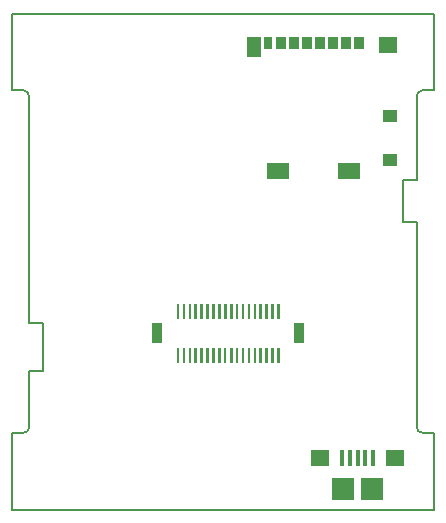
<source format=gbr>
%TF.GenerationSoftware,KiCad,Pcbnew,(5.1.4)-1*%
%TF.CreationDate,2019-12-19T22:46:11-07:00*%
%TF.ProjectId,base,62617365-2e6b-4696-9361-645f70636258,rev?*%
%TF.SameCoordinates,Original*%
%TF.FileFunction,Paste,Bot*%
%TF.FilePolarity,Positive*%
%FSLAX46Y46*%
G04 Gerber Fmt 4.6, Leading zero omitted, Abs format (unit mm)*
G04 Created by KiCad (PCBNEW (5.1.4)-1) date 2019-12-19 22:46:11*
%MOMM*%
%LPD*%
G04 APERTURE LIST*
%ADD10C,0.150000*%
%ADD11C,0.100000*%
%ADD12R,0.900000X1.800000*%
%ADD13R,1.900000X1.900000*%
%ADD14R,1.600000X1.400000*%
%ADD15R,0.400000X1.350000*%
%ADD16R,1.200000X1.000000*%
%ADD17R,1.900000X1.350000*%
%ADD18R,1.170000X1.800000*%
%ADD19R,0.750000X1.100000*%
%ADD20R,0.850000X1.100000*%
%ADD21R,1.550000X1.350000*%
G04 APERTURE END LIST*
D10*
X131000500Y-114280540D02*
X131000500Y-118280540D01*
X162651441Y-102162541D02*
X162651441Y-95050541D01*
X161502382Y-105714800D02*
X162651441Y-105714800D01*
X161502382Y-102162541D02*
X162651441Y-102162541D01*
X129851441Y-123050540D02*
G75*
G02X129351441Y-123550540I-500000J0D01*
G01*
X129351441Y-94550541D02*
G75*
G02X129851441Y-95050541I0J-500000D01*
G01*
X162651441Y-95050541D02*
G75*
G02X163151441Y-94550541I500000J0D01*
G01*
X163151441Y-123550540D02*
G75*
G02X162651441Y-123050540I0J500000D01*
G01*
X128351441Y-88050540D02*
X128351441Y-94550540D01*
X163151441Y-94550541D02*
X164151441Y-94550540D01*
X162651441Y-123050540D02*
X162651441Y-105714800D01*
X164151441Y-123550540D02*
X163151441Y-123550540D01*
X164151441Y-94550540D02*
X164151440Y-88050541D01*
X129851441Y-95050541D02*
X129851441Y-114280540D01*
X128351441Y-94550540D02*
X129351441Y-94550541D01*
X128351441Y-130050540D02*
X162651440Y-130050540D01*
X129851441Y-114280540D02*
X131000500Y-114280540D01*
X161502382Y-102162541D02*
X161502382Y-105714800D01*
X162651440Y-88050540D02*
X128351441Y-88050540D01*
X131000500Y-118280540D02*
X129851441Y-118280540D01*
X128351441Y-123550540D02*
X128351441Y-130050540D01*
X129351441Y-123550540D02*
X128351441Y-123550540D01*
X129851441Y-118280540D02*
X129851441Y-123050540D01*
X162651440Y-130050540D02*
X164151440Y-130050540D01*
X164151440Y-88050541D02*
X162651440Y-88050540D01*
X164151440Y-130050540D02*
X164151441Y-123550540D01*
D11*
G36*
X143063300Y-113904800D02*
G01*
X142843300Y-113904800D01*
X142843300Y-112604800D01*
X143063300Y-112604800D01*
X143063300Y-113904800D01*
G37*
G36*
X142563300Y-117624800D02*
G01*
X142343300Y-117624800D01*
X142343300Y-116324800D01*
X142563300Y-116324800D01*
X142563300Y-117624800D01*
G37*
G36*
X143063300Y-117624800D02*
G01*
X142843300Y-117624800D01*
X142843300Y-116324800D01*
X143063300Y-116324800D01*
X143063300Y-117624800D01*
G37*
G36*
X142563300Y-113904800D02*
G01*
X142343300Y-113904800D01*
X142343300Y-112604800D01*
X142563300Y-112604800D01*
X142563300Y-113904800D01*
G37*
G36*
X144063300Y-113904800D02*
G01*
X143843300Y-113904800D01*
X143843300Y-112604800D01*
X144063300Y-112604800D01*
X144063300Y-113904800D01*
G37*
G36*
X144563300Y-113904800D02*
G01*
X144343300Y-113904800D01*
X144343300Y-112604800D01*
X144563300Y-112604800D01*
X144563300Y-113904800D01*
G37*
G36*
X145063300Y-113904800D02*
G01*
X144843300Y-113904800D01*
X144843300Y-112604800D01*
X145063300Y-112604800D01*
X145063300Y-113904800D01*
G37*
G36*
X145563300Y-113904800D02*
G01*
X145343300Y-113904800D01*
X145343300Y-112604800D01*
X145563300Y-112604800D01*
X145563300Y-113904800D01*
G37*
G36*
X146063300Y-113904800D02*
G01*
X145843300Y-113904800D01*
X145843300Y-112604800D01*
X146063300Y-112604800D01*
X146063300Y-113904800D01*
G37*
G36*
X146563300Y-113904800D02*
G01*
X146343300Y-113904800D01*
X146343300Y-112604800D01*
X146563300Y-112604800D01*
X146563300Y-113904800D01*
G37*
G36*
X147063300Y-113904800D02*
G01*
X146843300Y-113904800D01*
X146843300Y-112604800D01*
X147063300Y-112604800D01*
X147063300Y-113904800D01*
G37*
G36*
X147563300Y-113904800D02*
G01*
X147343300Y-113904800D01*
X147343300Y-112604800D01*
X147563300Y-112604800D01*
X147563300Y-113904800D01*
G37*
G36*
X148063300Y-113904800D02*
G01*
X147843300Y-113904800D01*
X147843300Y-112604800D01*
X148063300Y-112604800D01*
X148063300Y-113904800D01*
G37*
G36*
X148563300Y-113904800D02*
G01*
X148343300Y-113904800D01*
X148343300Y-112604800D01*
X148563300Y-112604800D01*
X148563300Y-113904800D01*
G37*
G36*
X149063300Y-113904800D02*
G01*
X148843300Y-113904800D01*
X148843300Y-112604800D01*
X149063300Y-112604800D01*
X149063300Y-113904800D01*
G37*
G36*
X149563300Y-113904800D02*
G01*
X149343300Y-113904800D01*
X149343300Y-112604800D01*
X149563300Y-112604800D01*
X149563300Y-113904800D01*
G37*
G36*
X150063300Y-113904800D02*
G01*
X149843300Y-113904800D01*
X149843300Y-112604800D01*
X150063300Y-112604800D01*
X150063300Y-113904800D01*
G37*
G36*
X150563300Y-113904800D02*
G01*
X150343300Y-113904800D01*
X150343300Y-112604800D01*
X150563300Y-112604800D01*
X150563300Y-113904800D01*
G37*
G36*
X151063300Y-113904800D02*
G01*
X150843300Y-113904800D01*
X150843300Y-112604800D01*
X151063300Y-112604800D01*
X151063300Y-113904800D01*
G37*
G36*
X143563300Y-117624800D02*
G01*
X143343300Y-117624800D01*
X143343300Y-116324800D01*
X143563300Y-116324800D01*
X143563300Y-117624800D01*
G37*
G36*
X144063300Y-117624800D02*
G01*
X143843300Y-117624800D01*
X143843300Y-116324800D01*
X144063300Y-116324800D01*
X144063300Y-117624800D01*
G37*
G36*
X144563300Y-117624800D02*
G01*
X144343300Y-117624800D01*
X144343300Y-116324800D01*
X144563300Y-116324800D01*
X144563300Y-117624800D01*
G37*
G36*
X145063300Y-117624800D02*
G01*
X144843300Y-117624800D01*
X144843300Y-116324800D01*
X145063300Y-116324800D01*
X145063300Y-117624800D01*
G37*
G36*
X145563300Y-117624800D02*
G01*
X145343300Y-117624800D01*
X145343300Y-116324800D01*
X145563300Y-116324800D01*
X145563300Y-117624800D01*
G37*
G36*
X146063300Y-117624800D02*
G01*
X145843300Y-117624800D01*
X145843300Y-116324800D01*
X146063300Y-116324800D01*
X146063300Y-117624800D01*
G37*
G36*
X146553300Y-117624800D02*
G01*
X146333300Y-117624800D01*
X146333300Y-116324800D01*
X146553300Y-116324800D01*
X146553300Y-117624800D01*
G37*
G36*
X147063300Y-117624800D02*
G01*
X146843300Y-117624800D01*
X146843300Y-116324800D01*
X147063300Y-116324800D01*
X147063300Y-117624800D01*
G37*
G36*
X147563300Y-117624800D02*
G01*
X147343300Y-117624800D01*
X147343300Y-116324800D01*
X147563300Y-116324800D01*
X147563300Y-117624800D01*
G37*
G36*
X148063300Y-117624800D02*
G01*
X147843300Y-117624800D01*
X147843300Y-116324800D01*
X148063300Y-116324800D01*
X148063300Y-117624800D01*
G37*
G36*
X148553300Y-117624800D02*
G01*
X148333300Y-117624800D01*
X148333300Y-116324800D01*
X148553300Y-116324800D01*
X148553300Y-117624800D01*
G37*
G36*
X149063300Y-117624800D02*
G01*
X148843300Y-117624800D01*
X148843300Y-116324800D01*
X149063300Y-116324800D01*
X149063300Y-117624800D01*
G37*
G36*
X149563300Y-117624800D02*
G01*
X149343300Y-117624800D01*
X149343300Y-116324800D01*
X149563300Y-116324800D01*
X149563300Y-117624800D01*
G37*
G36*
X150063300Y-117624800D02*
G01*
X149843300Y-117624800D01*
X149843300Y-116324800D01*
X150063300Y-116324800D01*
X150063300Y-117624800D01*
G37*
G36*
X150563300Y-117624800D02*
G01*
X150343300Y-117624800D01*
X150343300Y-116324800D01*
X150563300Y-116324800D01*
X150563300Y-117624800D01*
G37*
G36*
X151063300Y-117624800D02*
G01*
X150843300Y-117624800D01*
X150843300Y-116324800D01*
X151063300Y-116324800D01*
X151063300Y-117624800D01*
G37*
G36*
X143563300Y-113904800D02*
G01*
X143343300Y-113904800D01*
X143343300Y-112604800D01*
X143563300Y-112604800D01*
X143563300Y-113904800D01*
G37*
D12*
X140701100Y-115111400D03*
X152701100Y-115111400D03*
D13*
X156450000Y-128339000D03*
X158850000Y-128339000D03*
D14*
X154450000Y-125664000D03*
X160850000Y-125664000D03*
D15*
X156350000Y-125664000D03*
X158950000Y-125664000D03*
X158300000Y-125664000D03*
X157000000Y-125664000D03*
X157650000Y-125664000D03*
D16*
X160393500Y-96703900D03*
X160393500Y-100403900D03*
D17*
X156893500Y-101378900D03*
X150923500Y-101378900D03*
D18*
X148898500Y-90903900D03*
D19*
X150108500Y-90553900D03*
D20*
X151158500Y-90553900D03*
X152258500Y-90553900D03*
X153358500Y-90553900D03*
X154458500Y-90553900D03*
X155558500Y-90553900D03*
X156658500Y-90553900D03*
X157758500Y-90553900D03*
D21*
X160218500Y-90678900D03*
M02*

</source>
